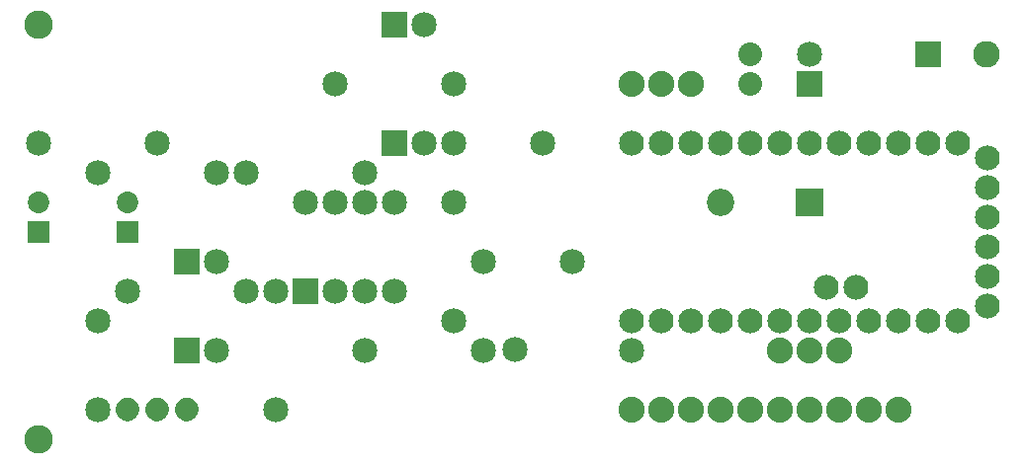
<source format=gbs>
G04 MADE WITH FRITZING*
G04 WWW.FRITZING.ORG*
G04 DOUBLE SIDED*
G04 HOLES PLATED*
G04 CONTOUR ON CENTER OF CONTOUR VECTOR*
%ASAXBY*%
%FSLAX23Y23*%
%MOIN*%
%OFA0B0*%
%SFA1.0B1.0*%
%ADD10C,0.085000*%
%ADD11C,0.084000*%
%ADD12C,0.088000*%
%ADD13C,0.090000*%
%ADD14C,0.092000*%
%ADD15C,0.080000*%
%ADD16C,0.072992*%
%ADD17C,0.096614*%
%ADD18R,0.090000X0.090000*%
%ADD19R,0.092000X0.092000*%
%ADD20R,0.085000X0.085000*%
%ADD21R,0.072992X0.072992*%
%ADD22R,0.001000X0.001000*%
%LNMASK0*%
G90*
G70*
G54D10*
X1673Y768D03*
X1973Y768D03*
G54D11*
X3373Y618D03*
X3373Y718D03*
X3373Y818D03*
X3373Y918D03*
X3373Y1018D03*
X3373Y1118D03*
X3273Y568D03*
X3173Y568D03*
X3073Y568D03*
X2973Y568D03*
X2873Y568D03*
X2928Y683D03*
X2828Y683D03*
X2773Y568D03*
X2673Y568D03*
X2573Y568D03*
X2473Y568D03*
X2373Y568D03*
X2273Y568D03*
X2173Y568D03*
X2173Y1168D03*
X2273Y1168D03*
X2373Y1168D03*
X2473Y1168D03*
X2573Y1168D03*
X2673Y1168D03*
X2773Y1168D03*
X2873Y1168D03*
X2973Y1168D03*
X3073Y1168D03*
X3173Y1168D03*
X3273Y1168D03*
G54D12*
X2173Y268D03*
X2273Y268D03*
X2373Y268D03*
X2473Y268D03*
X2573Y268D03*
X2673Y268D03*
X2773Y268D03*
X2873Y268D03*
X2973Y268D03*
X3073Y268D03*
X2173Y1368D03*
X2273Y1368D03*
X2373Y1368D03*
G54D13*
X3173Y1468D03*
X3370Y1468D03*
G54D14*
X2771Y968D03*
X2473Y968D03*
G54D10*
X2773Y1368D03*
X2773Y1468D03*
G54D15*
X2573Y1368D03*
X2573Y1469D03*
G54D10*
X1073Y668D03*
X1073Y968D03*
X1173Y668D03*
X1173Y968D03*
X1273Y668D03*
X1273Y968D03*
X1373Y668D03*
X1373Y968D03*
G54D16*
X473Y870D03*
X473Y968D03*
G54D10*
X1778Y473D03*
X2173Y468D03*
G54D12*
X2673Y468D03*
X2773Y468D03*
X2873Y468D03*
G54D16*
X173Y870D03*
X173Y968D03*
G54D10*
X373Y1068D03*
X773Y1068D03*
X173Y1168D03*
X573Y1168D03*
X673Y468D03*
X773Y468D03*
X1273Y468D03*
X1673Y468D03*
X973Y668D03*
X973Y268D03*
X473Y668D03*
X873Y668D03*
X673Y768D03*
X773Y768D03*
X373Y268D03*
X373Y568D03*
X1373Y1168D03*
X1473Y1168D03*
X1573Y968D03*
X1573Y568D03*
X1573Y1168D03*
X1873Y1168D03*
X873Y1068D03*
X1273Y1068D03*
X1173Y1368D03*
X1573Y1368D03*
X1373Y1568D03*
X1473Y1568D03*
G54D17*
X173Y1568D03*
X173Y168D03*
G54D18*
X3173Y1468D03*
G54D19*
X2772Y968D03*
G54D20*
X2773Y1368D03*
X1073Y668D03*
G54D21*
X473Y870D03*
X173Y870D03*
G54D20*
X673Y468D03*
X673Y768D03*
X1373Y1168D03*
X1373Y1568D03*
G54D22*
X466Y309D02*
X479Y309D01*
X566Y309D02*
X579Y309D01*
X666Y309D02*
X679Y309D01*
X462Y308D02*
X482Y308D01*
X562Y308D02*
X582Y308D01*
X662Y308D02*
X682Y308D01*
X460Y307D02*
X485Y307D01*
X560Y307D02*
X585Y307D01*
X659Y307D02*
X685Y307D01*
X457Y306D02*
X487Y306D01*
X557Y306D02*
X587Y306D01*
X657Y306D02*
X687Y306D01*
X455Y305D02*
X489Y305D01*
X555Y305D02*
X589Y305D01*
X655Y305D02*
X689Y305D01*
X454Y304D02*
X491Y304D01*
X554Y304D02*
X591Y304D01*
X654Y304D02*
X691Y304D01*
X452Y303D02*
X492Y303D01*
X552Y303D02*
X592Y303D01*
X652Y303D02*
X692Y303D01*
X451Y302D02*
X494Y302D01*
X551Y302D02*
X594Y302D01*
X651Y302D02*
X694Y302D01*
X449Y301D02*
X495Y301D01*
X549Y301D02*
X595Y301D01*
X649Y301D02*
X695Y301D01*
X448Y300D02*
X496Y300D01*
X548Y300D02*
X596Y300D01*
X648Y300D02*
X696Y300D01*
X447Y299D02*
X498Y299D01*
X547Y299D02*
X597Y299D01*
X647Y299D02*
X697Y299D01*
X446Y298D02*
X499Y298D01*
X546Y298D02*
X599Y298D01*
X646Y298D02*
X699Y298D01*
X445Y297D02*
X500Y297D01*
X545Y297D02*
X600Y297D01*
X645Y297D02*
X700Y297D01*
X444Y296D02*
X501Y296D01*
X544Y296D02*
X601Y296D01*
X644Y296D02*
X701Y296D01*
X443Y295D02*
X501Y295D01*
X543Y295D02*
X601Y295D01*
X643Y295D02*
X701Y295D01*
X442Y294D02*
X502Y294D01*
X542Y294D02*
X602Y294D01*
X642Y294D02*
X702Y294D01*
X441Y293D02*
X503Y293D01*
X541Y293D02*
X603Y293D01*
X641Y293D02*
X703Y293D01*
X441Y292D02*
X504Y292D01*
X541Y292D02*
X604Y292D01*
X641Y292D02*
X704Y292D01*
X440Y291D02*
X505Y291D01*
X540Y291D02*
X605Y291D01*
X640Y291D02*
X705Y291D01*
X439Y290D02*
X505Y290D01*
X539Y290D02*
X605Y290D01*
X639Y290D02*
X705Y290D01*
X439Y289D02*
X506Y289D01*
X539Y289D02*
X606Y289D01*
X639Y289D02*
X706Y289D01*
X438Y288D02*
X507Y288D01*
X538Y288D02*
X607Y288D01*
X638Y288D02*
X706Y288D01*
X437Y287D02*
X507Y287D01*
X537Y287D02*
X607Y287D01*
X637Y287D02*
X707Y287D01*
X437Y286D02*
X508Y286D01*
X537Y286D02*
X608Y286D01*
X637Y286D02*
X708Y286D01*
X436Y285D02*
X508Y285D01*
X536Y285D02*
X608Y285D01*
X636Y285D02*
X708Y285D01*
X436Y284D02*
X509Y284D01*
X536Y284D02*
X609Y284D01*
X636Y284D02*
X709Y284D01*
X436Y283D02*
X509Y283D01*
X536Y283D02*
X609Y283D01*
X636Y283D02*
X709Y283D01*
X435Y282D02*
X509Y282D01*
X535Y282D02*
X609Y282D01*
X635Y282D02*
X709Y282D01*
X435Y281D02*
X510Y281D01*
X535Y281D02*
X610Y281D01*
X635Y281D02*
X710Y281D01*
X434Y280D02*
X510Y280D01*
X534Y280D02*
X610Y280D01*
X634Y280D02*
X710Y280D01*
X434Y279D02*
X510Y279D01*
X534Y279D02*
X610Y279D01*
X634Y279D02*
X710Y279D01*
X434Y278D02*
X511Y278D01*
X534Y278D02*
X611Y278D01*
X634Y278D02*
X711Y278D01*
X434Y277D02*
X511Y277D01*
X534Y277D02*
X611Y277D01*
X634Y277D02*
X711Y277D01*
X433Y276D02*
X511Y276D01*
X533Y276D02*
X611Y276D01*
X633Y276D02*
X711Y276D01*
X433Y275D02*
X511Y275D01*
X533Y275D02*
X611Y275D01*
X633Y275D02*
X711Y275D01*
X433Y274D02*
X511Y274D01*
X533Y274D02*
X611Y274D01*
X633Y274D02*
X711Y274D01*
X433Y273D02*
X512Y273D01*
X533Y273D02*
X612Y273D01*
X633Y273D02*
X712Y273D01*
X433Y272D02*
X512Y272D01*
X533Y272D02*
X612Y272D01*
X633Y272D02*
X712Y272D01*
X433Y271D02*
X512Y271D01*
X533Y271D02*
X612Y271D01*
X633Y271D02*
X712Y271D01*
X433Y270D02*
X512Y270D01*
X533Y270D02*
X612Y270D01*
X633Y270D02*
X712Y270D01*
X433Y269D02*
X512Y269D01*
X533Y269D02*
X612Y269D01*
X633Y269D02*
X712Y269D01*
X433Y268D02*
X512Y268D01*
X533Y268D02*
X612Y268D01*
X633Y268D02*
X712Y268D01*
X433Y267D02*
X512Y267D01*
X533Y267D02*
X612Y267D01*
X633Y267D02*
X712Y267D01*
X433Y266D02*
X512Y266D01*
X533Y266D02*
X612Y266D01*
X633Y266D02*
X711Y266D01*
X433Y265D02*
X511Y265D01*
X533Y265D02*
X611Y265D01*
X633Y265D02*
X711Y265D01*
X433Y264D02*
X511Y264D01*
X533Y264D02*
X611Y264D01*
X633Y264D02*
X711Y264D01*
X434Y263D02*
X511Y263D01*
X534Y263D02*
X611Y263D01*
X634Y263D02*
X711Y263D01*
X434Y262D02*
X511Y262D01*
X534Y262D02*
X611Y262D01*
X634Y262D02*
X711Y262D01*
X434Y261D02*
X510Y261D01*
X534Y261D02*
X610Y261D01*
X634Y261D02*
X710Y261D01*
X434Y260D02*
X510Y260D01*
X534Y260D02*
X610Y260D01*
X634Y260D02*
X710Y260D01*
X435Y259D02*
X510Y259D01*
X535Y259D02*
X610Y259D01*
X635Y259D02*
X710Y259D01*
X435Y258D02*
X509Y258D01*
X535Y258D02*
X609Y258D01*
X635Y258D02*
X709Y258D01*
X435Y257D02*
X509Y257D01*
X535Y257D02*
X609Y257D01*
X635Y257D02*
X709Y257D01*
X436Y256D02*
X509Y256D01*
X536Y256D02*
X609Y256D01*
X636Y256D02*
X709Y256D01*
X436Y255D02*
X508Y255D01*
X536Y255D02*
X608Y255D01*
X636Y255D02*
X708Y255D01*
X437Y254D02*
X508Y254D01*
X537Y254D02*
X608Y254D01*
X637Y254D02*
X708Y254D01*
X437Y253D02*
X507Y253D01*
X537Y253D02*
X607Y253D01*
X637Y253D02*
X707Y253D01*
X438Y252D02*
X507Y252D01*
X538Y252D02*
X607Y252D01*
X638Y252D02*
X707Y252D01*
X438Y251D02*
X506Y251D01*
X538Y251D02*
X606Y251D01*
X638Y251D02*
X706Y251D01*
X439Y250D02*
X505Y250D01*
X539Y250D02*
X605Y250D01*
X639Y250D02*
X705Y250D01*
X440Y249D02*
X505Y249D01*
X540Y249D02*
X605Y249D01*
X640Y249D02*
X705Y249D01*
X440Y248D02*
X504Y248D01*
X540Y248D02*
X604Y248D01*
X640Y248D02*
X704Y248D01*
X441Y247D02*
X503Y247D01*
X541Y247D02*
X603Y247D01*
X641Y247D02*
X703Y247D01*
X442Y246D02*
X503Y246D01*
X542Y246D02*
X603Y246D01*
X642Y246D02*
X702Y246D01*
X443Y245D02*
X502Y245D01*
X543Y245D02*
X602Y245D01*
X643Y245D02*
X702Y245D01*
X444Y244D02*
X501Y244D01*
X544Y244D02*
X601Y244D01*
X644Y244D02*
X701Y244D01*
X445Y243D02*
X500Y243D01*
X545Y243D02*
X600Y243D01*
X645Y243D02*
X700Y243D01*
X446Y242D02*
X499Y242D01*
X546Y242D02*
X599Y242D01*
X646Y242D02*
X699Y242D01*
X447Y241D02*
X498Y241D01*
X547Y241D02*
X598Y241D01*
X647Y241D02*
X698Y241D01*
X448Y240D02*
X497Y240D01*
X548Y240D02*
X597Y240D01*
X648Y240D02*
X697Y240D01*
X449Y239D02*
X495Y239D01*
X549Y239D02*
X595Y239D01*
X649Y239D02*
X695Y239D01*
X450Y238D02*
X494Y238D01*
X550Y238D02*
X594Y238D01*
X650Y238D02*
X694Y238D01*
X452Y237D02*
X493Y237D01*
X552Y237D02*
X593Y237D01*
X652Y237D02*
X693Y237D01*
X453Y236D02*
X491Y236D01*
X553Y236D02*
X591Y236D01*
X653Y236D02*
X691Y236D01*
X455Y235D02*
X490Y235D01*
X555Y235D02*
X590Y235D01*
X655Y235D02*
X690Y235D01*
X457Y234D02*
X488Y234D01*
X557Y234D02*
X588Y234D01*
X657Y234D02*
X688Y234D01*
X459Y233D02*
X486Y233D01*
X559Y233D02*
X586Y233D01*
X659Y233D02*
X686Y233D01*
X461Y232D02*
X483Y232D01*
X561Y232D02*
X583Y232D01*
X661Y232D02*
X683Y232D01*
X465Y231D02*
X480Y231D01*
X564Y231D02*
X580Y231D01*
X664Y231D02*
X680Y231D01*
X471Y230D02*
X474Y230D01*
X571Y230D02*
X574Y230D01*
X670Y230D02*
X674Y230D01*
D02*
G04 End of Mask0*
M02*
</source>
